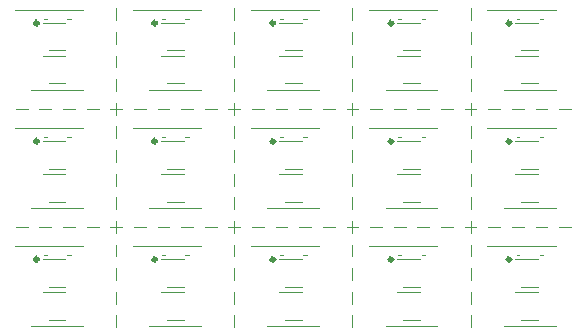
<source format=gbr>
%TF.GenerationSoftware,KiCad,Pcbnew,6.0.9*%
%TF.CreationDate,2023-01-31T22:29:55+01:00*%
%TF.ProjectId,hc245t-bypass-esd-panel,68633234-3574-42d6-9279-706173732d65,${revision}*%
%TF.SameCoordinates,Original*%
%TF.FileFunction,Legend,Top*%
%TF.FilePolarity,Positive*%
%FSLAX46Y46*%
G04 Gerber Fmt 4.6, Leading zero omitted, Abs format (unit mm)*
G04 Created by KiCad (PCBNEW 6.0.9) date 2023-01-31 22:29:55*
%MOMM*%
%LPD*%
G01*
G04 APERTURE LIST*
%ADD10C,0.120000*%
%ADD11C,0.325000*%
G04 APERTURE END LIST*
D10*
X120000000Y-97500000D02*
X120000000Y-98500000D01*
X121500000Y-90000000D02*
X122500000Y-90000000D01*
X91500000Y-100000000D02*
X92500000Y-100000000D01*
X110000000Y-107500000D02*
X110000000Y-108500000D01*
X127500000Y-90000000D02*
X128499999Y-90000000D01*
X91500000Y-90000000D02*
X92500000Y-90000000D01*
X97500000Y-100000000D02*
X98499999Y-100000000D01*
X100000000Y-97500000D02*
X100000000Y-98500000D01*
X115500000Y-90000000D02*
X116500000Y-90000000D01*
X137500000Y-90000000D02*
X138499999Y-90000000D01*
X130000000Y-91500000D02*
X130000000Y-92500000D01*
X100000000Y-95500000D02*
X100000000Y-96500000D01*
X103500001Y-100000000D02*
X104500000Y-100000000D01*
X130000000Y-81500000D02*
X130000000Y-82500000D01*
X110000000Y-81500000D02*
X110000000Y-82500000D01*
D11*
X123412500Y-82750000D02*
G75*
G03*
X123412500Y-82750000I-162500J0D01*
G01*
D10*
X110000000Y-87500000D02*
X110000000Y-88500000D01*
X130000000Y-93500000D02*
X130000000Y-94500000D01*
X120000000Y-83500000D02*
X120000000Y-84500000D01*
X120000000Y-105500000D02*
X120000000Y-106500000D01*
X137500000Y-100000000D02*
X138499999Y-100000000D01*
X133500001Y-100000000D02*
X134500000Y-100000000D01*
X100000000Y-90500000D02*
X100000000Y-89500000D01*
X120000000Y-81500000D02*
X120000000Y-82500000D01*
X107500000Y-100000000D02*
X108499999Y-100000000D01*
X130000000Y-90500000D02*
X130000000Y-89500000D01*
X123500001Y-100000000D02*
X124500000Y-100000000D01*
X117500000Y-100000000D02*
X118499999Y-100000000D01*
X95500000Y-90000000D02*
X96500000Y-90000000D01*
X111500000Y-100000000D02*
X112500000Y-100000000D01*
X100000000Y-93500000D02*
X100000000Y-94500000D01*
X109500000Y-90000000D02*
X110500000Y-90000000D01*
D11*
X93412500Y-92750000D02*
G75*
G03*
X93412500Y-92750000I-162500J0D01*
G01*
X123412500Y-92750000D02*
G75*
G03*
X123412500Y-92750000I-162500J0D01*
G01*
D10*
X129500000Y-90000000D02*
X130500000Y-90000000D01*
D11*
X103412500Y-102750000D02*
G75*
G03*
X103412500Y-102750000I-162500J0D01*
G01*
D10*
X110000000Y-105500000D02*
X110000000Y-106500000D01*
X110000000Y-90500000D02*
X110000000Y-89500000D01*
X100000000Y-107500000D02*
X100000000Y-108500000D01*
X110000000Y-100500000D02*
X110000000Y-99500000D01*
X109500000Y-100000000D02*
X110500000Y-100000000D01*
X113500001Y-100000000D02*
X114500000Y-100000000D01*
X120000000Y-91500000D02*
X120000000Y-92500000D01*
D11*
X103412500Y-92750000D02*
G75*
G03*
X103412500Y-92750000I-162500J0D01*
G01*
D10*
X93500001Y-90000000D02*
X94500000Y-90000000D01*
X100000000Y-85500000D02*
X100000000Y-86500000D01*
X131500000Y-100000000D02*
X132500000Y-100000000D01*
X107500000Y-90000000D02*
X108499999Y-90000000D01*
X120000000Y-107500000D02*
X120000000Y-108500000D01*
X117500000Y-90000000D02*
X118499999Y-90000000D01*
X120000000Y-87500000D02*
X120000000Y-88500000D01*
X110000000Y-95500000D02*
X110000000Y-96500000D01*
X100000000Y-100500000D02*
X100000000Y-99500000D01*
D11*
X133412500Y-92750000D02*
G75*
G03*
X133412500Y-92750000I-162500J0D01*
G01*
X133412500Y-82750000D02*
G75*
G03*
X133412500Y-82750000I-162500J0D01*
G01*
D10*
X119500000Y-90000000D02*
X120500000Y-90000000D01*
X97500000Y-90000000D02*
X98499999Y-90000000D01*
X127500000Y-100000000D02*
X128499999Y-100000000D01*
D11*
X113412500Y-102750000D02*
G75*
G03*
X113412500Y-102750000I-162500J0D01*
G01*
D10*
X95500000Y-100000000D02*
X96500000Y-100000000D01*
X120000000Y-101500000D02*
X120000000Y-102500000D01*
X101500000Y-90000000D02*
X102500000Y-90000000D01*
X110000000Y-103500000D02*
X110000000Y-104500000D01*
X100000000Y-81500000D02*
X100000000Y-82500000D01*
D11*
X93412500Y-102750000D02*
G75*
G03*
X93412500Y-102750000I-162500J0D01*
G01*
D10*
X120000000Y-93500000D02*
X120000000Y-94500000D01*
X113500001Y-90000000D02*
X114500000Y-90000000D01*
D11*
X113412500Y-82750000D02*
G75*
G03*
X113412500Y-82750000I-162500J0D01*
G01*
D10*
X120000000Y-103500000D02*
X120000000Y-104500000D01*
X103500001Y-90000000D02*
X104500000Y-90000000D01*
X100000000Y-101500000D02*
X100000000Y-102500000D01*
X111500000Y-90000000D02*
X112500000Y-90000000D01*
X131500000Y-90000000D02*
X132500000Y-90000000D01*
X130000000Y-87500000D02*
X130000000Y-88500000D01*
X129500000Y-100000000D02*
X130500000Y-100000000D01*
X125500000Y-100000000D02*
X126500000Y-100000000D01*
X135500000Y-90000000D02*
X136500000Y-90000000D01*
X135500000Y-100000000D02*
X136500000Y-100000000D01*
X105500000Y-100000000D02*
X106500000Y-100000000D01*
X123500001Y-90000000D02*
X124500000Y-90000000D01*
X120000000Y-90500000D02*
X120000000Y-89500000D01*
X130000000Y-83500000D02*
X130000000Y-84500000D01*
X99500000Y-90000000D02*
X100500000Y-90000000D01*
X125500000Y-90000000D02*
X126500000Y-90000000D01*
X100000000Y-103500000D02*
X100000000Y-104500000D01*
D11*
X103412500Y-82750000D02*
G75*
G03*
X103412500Y-82750000I-162500J0D01*
G01*
D10*
X100000000Y-91500000D02*
X100000000Y-92500000D01*
X110000000Y-101500000D02*
X110000000Y-102500000D01*
X130000000Y-85500000D02*
X130000000Y-86500000D01*
X130000000Y-101500000D02*
X130000000Y-102500000D01*
X133500001Y-90000000D02*
X134500000Y-90000000D01*
X130000000Y-105500000D02*
X130000000Y-106500000D01*
X120000000Y-100500000D02*
X120000000Y-99500000D01*
X130000000Y-107500000D02*
X130000000Y-108500000D01*
D11*
X113412500Y-92750000D02*
G75*
G03*
X113412500Y-92750000I-162500J0D01*
G01*
X93412500Y-82750000D02*
G75*
G03*
X93412500Y-82750000I-162500J0D01*
G01*
D10*
X100000000Y-87500000D02*
X100000000Y-88500000D01*
X93500001Y-100000000D02*
X94500000Y-100000000D01*
X115500000Y-100000000D02*
X116500000Y-100000000D01*
X101500000Y-100000000D02*
X102500000Y-100000000D01*
X130000000Y-97500000D02*
X130000000Y-98500000D01*
X110000000Y-97500000D02*
X110000000Y-98500000D01*
X130000000Y-95500000D02*
X130000000Y-96500000D01*
X100000000Y-105500000D02*
X100000000Y-106500000D01*
X130000000Y-100500000D02*
X130000000Y-99500000D01*
X120000000Y-85500000D02*
X120000000Y-86500000D01*
X119500000Y-100000000D02*
X120500000Y-100000000D01*
X120000000Y-95500000D02*
X120000000Y-96500000D01*
D11*
X133412500Y-102750000D02*
G75*
G03*
X133412500Y-102750000I-162500J0D01*
G01*
D10*
X121500000Y-100000000D02*
X122500000Y-100000000D01*
X110000000Y-91500000D02*
X110000000Y-92500000D01*
X130000000Y-103500000D02*
X130000000Y-104500000D01*
X110000000Y-93500000D02*
X110000000Y-94500000D01*
X100000000Y-83500000D02*
X100000000Y-84500000D01*
X105500000Y-90000000D02*
X106500000Y-90000000D01*
X99500000Y-100000000D02*
X100500000Y-100000000D01*
X110000000Y-85500000D02*
X110000000Y-86500000D01*
X110000000Y-83500000D02*
X110000000Y-84500000D01*
D11*
X123412500Y-102750000D02*
G75*
G03*
X123412500Y-102750000I-162500J0D01*
G01*
D10*
%TO.C,C1*%
X124107836Y-92360000D02*
X123892164Y-92360000D01*
X124107836Y-91640000D02*
X123892164Y-91640000D01*
%TO.C,R1*%
X136153641Y-92380000D02*
X135846359Y-92380000D01*
X136153641Y-91620000D02*
X135846359Y-91620000D01*
%TO.C,C1*%
X114107836Y-92360000D02*
X113892164Y-92360000D01*
X114107836Y-91640000D02*
X113892164Y-91640000D01*
X134107836Y-82360000D02*
X133892164Y-82360000D01*
X134107836Y-81640000D02*
X133892164Y-81640000D01*
%TO.C,U3*%
X95700000Y-105540000D02*
X93800000Y-105540000D01*
X94300000Y-107860000D02*
X95700000Y-107860000D01*
%TO.C,R1*%
X96153641Y-101620000D02*
X95846359Y-101620000D01*
X96153641Y-102380000D02*
X95846359Y-102380000D01*
X116153641Y-81620000D02*
X115846359Y-81620000D01*
X116153641Y-82380000D02*
X115846359Y-82380000D01*
%TO.C,U1*%
X105000000Y-88385000D02*
X102800000Y-88385000D01*
X105000000Y-88385000D02*
X107200000Y-88385000D01*
X105000000Y-81615000D02*
X107200000Y-81615000D01*
X105000000Y-81615000D02*
X101400000Y-81615000D01*
%TO.C,R1*%
X136153641Y-102380000D02*
X135846359Y-102380000D01*
X136153641Y-101620000D02*
X135846359Y-101620000D01*
%TO.C,U1*%
X105000000Y-108385000D02*
X102800000Y-108385000D01*
X105000000Y-108385000D02*
X107200000Y-108385000D01*
X105000000Y-101615000D02*
X107200000Y-101615000D01*
X105000000Y-101615000D02*
X101400000Y-101615000D01*
X125000000Y-88385000D02*
X122800000Y-88385000D01*
X125000000Y-88385000D02*
X127200000Y-88385000D01*
X125000000Y-81615000D02*
X127200000Y-81615000D01*
X125000000Y-81615000D02*
X121400000Y-81615000D01*
%TO.C,U3*%
X95700000Y-85540000D02*
X93800000Y-85540000D01*
X94300000Y-87860000D02*
X95700000Y-87860000D01*
%TO.C,C1*%
X104107836Y-92360000D02*
X103892164Y-92360000D01*
X104107836Y-91640000D02*
X103892164Y-91640000D01*
X124107836Y-82360000D02*
X123892164Y-82360000D01*
X124107836Y-81640000D02*
X123892164Y-81640000D01*
%TO.C,U3*%
X105700000Y-105540000D02*
X103800000Y-105540000D01*
X104300000Y-107860000D02*
X105700000Y-107860000D01*
%TO.C,R1*%
X96153641Y-81620000D02*
X95846359Y-81620000D01*
X96153641Y-82380000D02*
X95846359Y-82380000D01*
%TO.C,U1*%
X95000000Y-88385000D02*
X92800000Y-88385000D01*
X95000000Y-88385000D02*
X97200000Y-88385000D01*
X95000000Y-81615000D02*
X97200000Y-81615000D01*
X95000000Y-81615000D02*
X91400000Y-81615000D01*
%TO.C,U2*%
X125700000Y-82740000D02*
X123800000Y-82740000D01*
X124300000Y-85060000D02*
X125700000Y-85060000D01*
%TO.C,C1*%
X114107836Y-82360000D02*
X113892164Y-82360000D01*
X114107836Y-81640000D02*
X113892164Y-81640000D01*
%TO.C,U2*%
X115700000Y-92740000D02*
X113800000Y-92740000D01*
X114300000Y-95060000D02*
X115700000Y-95060000D01*
%TO.C,U3*%
X105700000Y-95540000D02*
X103800000Y-95540000D01*
X104300000Y-97860000D02*
X105700000Y-97860000D01*
X125700000Y-105540000D02*
X123800000Y-105540000D01*
X124300000Y-107860000D02*
X125700000Y-107860000D01*
%TO.C,C1*%
X124107836Y-102360000D02*
X123892164Y-102360000D01*
X124107836Y-101640000D02*
X123892164Y-101640000D01*
%TO.C,R1*%
X136153641Y-82380000D02*
X135846359Y-82380000D01*
X136153641Y-81620000D02*
X135846359Y-81620000D01*
%TO.C,U3*%
X134300000Y-97860000D02*
X135700000Y-97860000D01*
X135700000Y-95540000D02*
X133800000Y-95540000D01*
%TO.C,C1*%
X94107836Y-92360000D02*
X93892164Y-92360000D01*
X94107836Y-91640000D02*
X93892164Y-91640000D01*
%TO.C,U1*%
X115000000Y-88385000D02*
X112800000Y-88385000D01*
X115000000Y-88385000D02*
X117200000Y-88385000D01*
X115000000Y-81615000D02*
X117200000Y-81615000D01*
X115000000Y-81615000D02*
X111400000Y-81615000D01*
%TO.C,C1*%
X104107836Y-82360000D02*
X103892164Y-82360000D01*
X104107836Y-81640000D02*
X103892164Y-81640000D01*
%TO.C,U3*%
X125700000Y-85540000D02*
X123800000Y-85540000D01*
X124300000Y-87860000D02*
X125700000Y-87860000D01*
%TO.C,U1*%
X95000000Y-98385000D02*
X92800000Y-98385000D01*
X95000000Y-98385000D02*
X97200000Y-98385000D01*
X95000000Y-91615000D02*
X97200000Y-91615000D01*
X95000000Y-91615000D02*
X91400000Y-91615000D01*
%TO.C,U3*%
X95700000Y-95540000D02*
X93800000Y-95540000D01*
X94300000Y-97860000D02*
X95700000Y-97860000D01*
%TO.C,U2*%
X134300000Y-95060000D02*
X135700000Y-95060000D01*
X135700000Y-92740000D02*
X133800000Y-92740000D01*
%TO.C,U1*%
X115000000Y-108385000D02*
X112800000Y-108385000D01*
X115000000Y-108385000D02*
X117200000Y-108385000D01*
X115000000Y-101615000D02*
X117200000Y-101615000D01*
X115000000Y-101615000D02*
X111400000Y-101615000D01*
%TO.C,R1*%
X106153641Y-91620000D02*
X105846359Y-91620000D01*
X106153641Y-92380000D02*
X105846359Y-92380000D01*
X96153641Y-91620000D02*
X95846359Y-91620000D01*
X96153641Y-92380000D02*
X95846359Y-92380000D01*
%TO.C,U2*%
X95700000Y-102740000D02*
X93800000Y-102740000D01*
X94300000Y-105060000D02*
X95700000Y-105060000D01*
X115700000Y-82740000D02*
X113800000Y-82740000D01*
X114300000Y-85060000D02*
X115700000Y-85060000D01*
%TO.C,C1*%
X94107836Y-102360000D02*
X93892164Y-102360000D01*
X94107836Y-101640000D02*
X93892164Y-101640000D01*
%TO.C,U3*%
X105700000Y-85540000D02*
X103800000Y-85540000D01*
X104300000Y-87860000D02*
X105700000Y-87860000D01*
%TO.C,R1*%
X106153641Y-81620000D02*
X105846359Y-81620000D01*
X106153641Y-82380000D02*
X105846359Y-82380000D01*
%TO.C,C1*%
X134107836Y-92360000D02*
X133892164Y-92360000D01*
X134107836Y-91640000D02*
X133892164Y-91640000D01*
%TO.C,U3*%
X134300000Y-87860000D02*
X135700000Y-87860000D01*
X135700000Y-85540000D02*
X133800000Y-85540000D01*
%TO.C,R1*%
X126153641Y-101620000D02*
X125846359Y-101620000D01*
X126153641Y-102380000D02*
X125846359Y-102380000D01*
%TO.C,U3*%
X125700000Y-95540000D02*
X123800000Y-95540000D01*
X124300000Y-97860000D02*
X125700000Y-97860000D01*
%TO.C,R1*%
X106153641Y-101620000D02*
X105846359Y-101620000D01*
X106153641Y-102380000D02*
X105846359Y-102380000D01*
X126153641Y-91620000D02*
X125846359Y-91620000D01*
X126153641Y-92380000D02*
X125846359Y-92380000D01*
%TO.C,C1*%
X104107836Y-102360000D02*
X103892164Y-102360000D01*
X104107836Y-101640000D02*
X103892164Y-101640000D01*
X134107836Y-102360000D02*
X133892164Y-102360000D01*
X134107836Y-101640000D02*
X133892164Y-101640000D01*
%TO.C,U2*%
X105700000Y-82740000D02*
X103800000Y-82740000D01*
X104300000Y-85060000D02*
X105700000Y-85060000D01*
%TO.C,U1*%
X135000000Y-98385000D02*
X137200000Y-98385000D01*
X135000000Y-91615000D02*
X131400000Y-91615000D01*
X135000000Y-98385000D02*
X132800000Y-98385000D01*
X135000000Y-91615000D02*
X137200000Y-91615000D01*
%TO.C,R1*%
X116153641Y-91620000D02*
X115846359Y-91620000D01*
X116153641Y-92380000D02*
X115846359Y-92380000D01*
%TO.C,U2*%
X95700000Y-92740000D02*
X93800000Y-92740000D01*
X94300000Y-95060000D02*
X95700000Y-95060000D01*
X125700000Y-92740000D02*
X123800000Y-92740000D01*
X124300000Y-95060000D02*
X125700000Y-95060000D01*
X115700000Y-102740000D02*
X113800000Y-102740000D01*
X114300000Y-105060000D02*
X115700000Y-105060000D01*
X95700000Y-82740000D02*
X93800000Y-82740000D01*
X94300000Y-85060000D02*
X95700000Y-85060000D01*
%TO.C,U1*%
X135000000Y-108385000D02*
X137200000Y-108385000D01*
X135000000Y-101615000D02*
X131400000Y-101615000D01*
X135000000Y-108385000D02*
X132800000Y-108385000D01*
X135000000Y-101615000D02*
X137200000Y-101615000D01*
X125000000Y-108385000D02*
X122800000Y-108385000D01*
X125000000Y-108385000D02*
X127200000Y-108385000D01*
X125000000Y-101615000D02*
X127200000Y-101615000D01*
X125000000Y-101615000D02*
X121400000Y-101615000D01*
X125000000Y-98385000D02*
X122800000Y-98385000D01*
X125000000Y-98385000D02*
X127200000Y-98385000D01*
X125000000Y-91615000D02*
X127200000Y-91615000D01*
X125000000Y-91615000D02*
X121400000Y-91615000D01*
%TO.C,U3*%
X115700000Y-85540000D02*
X113800000Y-85540000D01*
X114300000Y-87860000D02*
X115700000Y-87860000D01*
X115700000Y-95540000D02*
X113800000Y-95540000D01*
X114300000Y-97860000D02*
X115700000Y-97860000D01*
X115700000Y-105540000D02*
X113800000Y-105540000D01*
X114300000Y-107860000D02*
X115700000Y-107860000D01*
%TO.C,U1*%
X95000000Y-108385000D02*
X92800000Y-108385000D01*
X95000000Y-108385000D02*
X97200000Y-108385000D01*
X95000000Y-101615000D02*
X97200000Y-101615000D01*
X95000000Y-101615000D02*
X91400000Y-101615000D01*
%TO.C,U2*%
X125700000Y-102740000D02*
X123800000Y-102740000D01*
X124300000Y-105060000D02*
X125700000Y-105060000D01*
X134300000Y-85060000D02*
X135700000Y-85060000D01*
X135700000Y-82740000D02*
X133800000Y-82740000D01*
X105700000Y-102740000D02*
X103800000Y-102740000D01*
X104300000Y-105060000D02*
X105700000Y-105060000D01*
%TO.C,U1*%
X105000000Y-98385000D02*
X102800000Y-98385000D01*
X105000000Y-98385000D02*
X107200000Y-98385000D01*
X105000000Y-91615000D02*
X107200000Y-91615000D01*
X105000000Y-91615000D02*
X101400000Y-91615000D01*
%TO.C,U2*%
X105700000Y-92740000D02*
X103800000Y-92740000D01*
X104300000Y-95060000D02*
X105700000Y-95060000D01*
%TO.C,R1*%
X126153641Y-81620000D02*
X125846359Y-81620000D01*
X126153641Y-82380000D02*
X125846359Y-82380000D01*
%TO.C,C1*%
X114107836Y-102360000D02*
X113892164Y-102360000D01*
X114107836Y-101640000D02*
X113892164Y-101640000D01*
%TO.C,R1*%
X116153641Y-101620000D02*
X115846359Y-101620000D01*
X116153641Y-102380000D02*
X115846359Y-102380000D01*
%TO.C,U1*%
X115000000Y-98385000D02*
X112800000Y-98385000D01*
X115000000Y-98385000D02*
X117200000Y-98385000D01*
X115000000Y-91615000D02*
X117200000Y-91615000D01*
X115000000Y-91615000D02*
X111400000Y-91615000D01*
%TO.C,U2*%
X134300000Y-105060000D02*
X135700000Y-105060000D01*
X135700000Y-102740000D02*
X133800000Y-102740000D01*
%TO.C,U3*%
X134300000Y-107860000D02*
X135700000Y-107860000D01*
X135700000Y-105540000D02*
X133800000Y-105540000D01*
%TO.C,U1*%
X135000000Y-88385000D02*
X137200000Y-88385000D01*
X135000000Y-81615000D02*
X131400000Y-81615000D01*
X135000000Y-88385000D02*
X132800000Y-88385000D01*
X135000000Y-81615000D02*
X137200000Y-81615000D01*
%TO.C,C1*%
X94107836Y-82360000D02*
X93892164Y-82360000D01*
X94107836Y-81640000D02*
X93892164Y-81640000D01*
%TD*%
M02*

</source>
